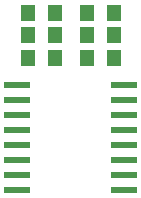
<source format=gtp>
%FSTAX24Y24*%
%MOIN*%
G70*
G01*
G75*
G04 Layer_Color=8421504*
%ADD10R,0.0500X0.0550*%
%ADD11R,0.0910X0.0220*%
%ADD12C,0.0450*%
%ADD13C,0.0200*%
%ADD14C,0.0160*%
%ADD15C,0.0071*%
%ADD16R,0.1360X0.1360*%
%ADD17C,0.1360*%
%ADD18R,0.0850X0.0600*%
%ADD19O,0.0850X0.0600*%
%ADD20O,0.0600X0.0850*%
%ADD21R,0.0600X0.0850*%
%ADD22C,0.1380*%
%ADD23C,0.0060*%
%ADD24C,0.0100*%
%ADD25C,0.0040*%
%ADD26C,0.0050*%
%ADD27C,0.0070*%
%ADD28C,0.0030*%
D10*
X0443Y02385D02*
D03*
X0434D02*
D03*
X0443Y0246D02*
D03*
X0434D02*
D03*
X0443Y02535D02*
D03*
X0434D02*
D03*
X04145Y02385D02*
D03*
X04235D02*
D03*
X04145Y02535D02*
D03*
X04235D02*
D03*
X04145Y0246D02*
D03*
X04235D02*
D03*
D11*
X04463Y02295D02*
D03*
Y02245D02*
D03*
Y02195D02*
D03*
Y02145D02*
D03*
Y02095D02*
D03*
Y02045D02*
D03*
Y01995D02*
D03*
Y01945D02*
D03*
X04107D02*
D03*
Y01995D02*
D03*
Y02045D02*
D03*
Y02095D02*
D03*
Y02145D02*
D03*
Y02195D02*
D03*
Y02245D02*
D03*
Y02295D02*
D03*
M02*

</source>
